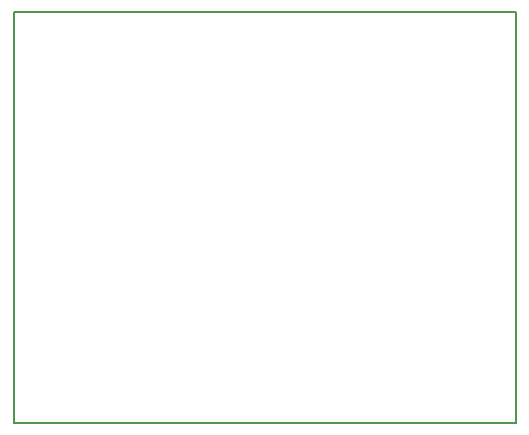
<source format=gbr>
%TF.GenerationSoftware,KiCad,Pcbnew,8.0.8*%
%TF.CreationDate,2025-02-27T22:53:54-05:00*%
%TF.ProjectId,Power_Supply_Board,506f7765-725f-4537-9570-706c795f426f,rev?*%
%TF.SameCoordinates,Original*%
%TF.FileFunction,Profile,NP*%
%FSLAX46Y46*%
G04 Gerber Fmt 4.6, Leading zero omitted, Abs format (unit mm)*
G04 Created by KiCad (PCBNEW 8.0.8) date 2025-02-27 22:53:54*
%MOMM*%
%LPD*%
G01*
G04 APERTURE LIST*
%TA.AperFunction,Profile*%
%ADD10C,0.200000*%
%TD*%
G04 APERTURE END LIST*
D10*
X158000000Y-79890800D02*
X200500000Y-79890800D01*
X200500000Y-114750000D01*
X158000000Y-114750000D01*
X158000000Y-79890800D01*
M02*

</source>
